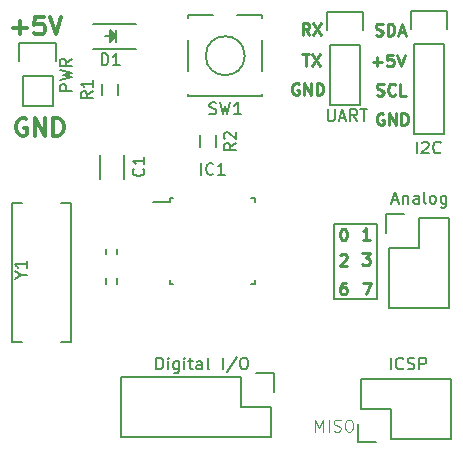
<source format=gto>
G04 #@! TF.FileFunction,Legend,Top*
%FSLAX46Y46*%
G04 Gerber Fmt 4.6, Leading zero omitted, Abs format (unit mm)*
G04 Created by KiCad (PCBNEW 4.0.4-stable) date 11/04/16 17:13:28*
%MOMM*%
%LPD*%
G01*
G04 APERTURE LIST*
%ADD10C,0.100000*%
%ADD11C,0.120000*%
%ADD12C,0.200000*%
%ADD13C,0.250000*%
%ADD14C,0.300000*%
%ADD15C,0.150000*%
G04 APERTURE END LIST*
D10*
D11*
X133302572Y-105798881D02*
X133302572Y-104798881D01*
X133635906Y-105513167D01*
X133969239Y-104798881D01*
X133969239Y-105798881D01*
X134445429Y-105798881D02*
X134445429Y-104798881D01*
X134874000Y-105751262D02*
X135016857Y-105798881D01*
X135254953Y-105798881D01*
X135350191Y-105751262D01*
X135397810Y-105703643D01*
X135445429Y-105608405D01*
X135445429Y-105513167D01*
X135397810Y-105417929D01*
X135350191Y-105370310D01*
X135254953Y-105322690D01*
X135064476Y-105275071D01*
X134969238Y-105227452D01*
X134921619Y-105179833D01*
X134874000Y-105084595D01*
X134874000Y-104989357D01*
X134921619Y-104894119D01*
X134969238Y-104846500D01*
X135064476Y-104798881D01*
X135302572Y-104798881D01*
X135445429Y-104846500D01*
X136064476Y-104798881D02*
X136254953Y-104798881D01*
X136350191Y-104846500D01*
X136445429Y-104941738D01*
X136493048Y-105132214D01*
X136493048Y-105465548D01*
X136445429Y-105656024D01*
X136350191Y-105751262D01*
X136254953Y-105798881D01*
X136064476Y-105798881D01*
X135969238Y-105751262D01*
X135874000Y-105656024D01*
X135826381Y-105465548D01*
X135826381Y-105132214D01*
X135874000Y-104941738D01*
X135969238Y-104846500D01*
X136064476Y-104798881D01*
D12*
X134874000Y-94615000D02*
X135064500Y-94615000D01*
X134874000Y-88265000D02*
X134874000Y-94615000D01*
X138557000Y-88265000D02*
X134874000Y-88265000D01*
X138557000Y-94615000D02*
X138557000Y-88265000D01*
X135001000Y-94615000D02*
X138557000Y-94615000D01*
D13*
X137334667Y-93178381D02*
X138001334Y-93178381D01*
X137572762Y-94178381D01*
X137271167Y-90701881D02*
X137890215Y-90701881D01*
X137556881Y-91082833D01*
X137699739Y-91082833D01*
X137794977Y-91130452D01*
X137842596Y-91178071D01*
X137890215Y-91273310D01*
X137890215Y-91511405D01*
X137842596Y-91606643D01*
X137794977Y-91654262D01*
X137699739Y-91701881D01*
X137414024Y-91701881D01*
X137318786Y-91654262D01*
X137271167Y-91606643D01*
X137890215Y-89542881D02*
X137318786Y-89542881D01*
X137604500Y-89542881D02*
X137604500Y-88542881D01*
X137509262Y-88685738D01*
X137414024Y-88780976D01*
X137318786Y-88828595D01*
X135889977Y-93178381D02*
X135699500Y-93178381D01*
X135604262Y-93226000D01*
X135556643Y-93273619D01*
X135461405Y-93416476D01*
X135413786Y-93606952D01*
X135413786Y-93987905D01*
X135461405Y-94083143D01*
X135509024Y-94130762D01*
X135604262Y-94178381D01*
X135794739Y-94178381D01*
X135889977Y-94130762D01*
X135937596Y-94083143D01*
X135985215Y-93987905D01*
X135985215Y-93749810D01*
X135937596Y-93654571D01*
X135889977Y-93606952D01*
X135794739Y-93559333D01*
X135604262Y-93559333D01*
X135509024Y-93606952D01*
X135461405Y-93654571D01*
X135413786Y-93749810D01*
X135413786Y-90860619D02*
X135461405Y-90813000D01*
X135556643Y-90765381D01*
X135794739Y-90765381D01*
X135889977Y-90813000D01*
X135937596Y-90860619D01*
X135985215Y-90955857D01*
X135985215Y-91051095D01*
X135937596Y-91193952D01*
X135366167Y-91765381D01*
X135985215Y-91765381D01*
X135651881Y-88606381D02*
X135747120Y-88606381D01*
X135842358Y-88654000D01*
X135889977Y-88701619D01*
X135937596Y-88796857D01*
X135985215Y-88987333D01*
X135985215Y-89225429D01*
X135937596Y-89415905D01*
X135889977Y-89511143D01*
X135842358Y-89558762D01*
X135747120Y-89606381D01*
X135651881Y-89606381D01*
X135556643Y-89558762D01*
X135509024Y-89511143D01*
X135461405Y-89415905D01*
X135413786Y-89225429D01*
X135413786Y-88987333D01*
X135461405Y-88796857D01*
X135509024Y-88701619D01*
X135556643Y-88654000D01*
X135651881Y-88606381D01*
X131889596Y-76335000D02*
X131794358Y-76287381D01*
X131651501Y-76287381D01*
X131508643Y-76335000D01*
X131413405Y-76430238D01*
X131365786Y-76525476D01*
X131318167Y-76715952D01*
X131318167Y-76858810D01*
X131365786Y-77049286D01*
X131413405Y-77144524D01*
X131508643Y-77239762D01*
X131651501Y-77287381D01*
X131746739Y-77287381D01*
X131889596Y-77239762D01*
X131937215Y-77192143D01*
X131937215Y-76858810D01*
X131746739Y-76858810D01*
X132365786Y-77287381D02*
X132365786Y-76287381D01*
X132937215Y-77287381D01*
X132937215Y-76287381D01*
X133413405Y-77287381D02*
X133413405Y-76287381D01*
X133651500Y-76287381D01*
X133794358Y-76335000D01*
X133889596Y-76430238D01*
X133937215Y-76525476D01*
X133984834Y-76715952D01*
X133984834Y-76858810D01*
X133937215Y-77049286D01*
X133889596Y-77144524D01*
X133794358Y-77239762D01*
X133651500Y-77287381D01*
X133413405Y-77287381D01*
X132207095Y-73810881D02*
X132778524Y-73810881D01*
X132492809Y-74810881D02*
X132492809Y-73810881D01*
X133016619Y-73810881D02*
X133683286Y-74810881D01*
X133683286Y-73810881D02*
X133016619Y-74810881D01*
X132802334Y-72207381D02*
X132469000Y-71731190D01*
X132230905Y-72207381D02*
X132230905Y-71207381D01*
X132611858Y-71207381D01*
X132707096Y-71255000D01*
X132754715Y-71302619D01*
X132802334Y-71397857D01*
X132802334Y-71540714D01*
X132754715Y-71635952D01*
X132707096Y-71683571D01*
X132611858Y-71731190D01*
X132230905Y-71731190D01*
X133135667Y-71207381D02*
X133802334Y-72207381D01*
X133802334Y-71207381D02*
X133135667Y-72207381D01*
X139065096Y-78875000D02*
X138969858Y-78827381D01*
X138827001Y-78827381D01*
X138684143Y-78875000D01*
X138588905Y-78970238D01*
X138541286Y-79065476D01*
X138493667Y-79255952D01*
X138493667Y-79398810D01*
X138541286Y-79589286D01*
X138588905Y-79684524D01*
X138684143Y-79779762D01*
X138827001Y-79827381D01*
X138922239Y-79827381D01*
X139065096Y-79779762D01*
X139112715Y-79732143D01*
X139112715Y-79398810D01*
X138922239Y-79398810D01*
X139541286Y-79827381D02*
X139541286Y-78827381D01*
X140112715Y-79827381D01*
X140112715Y-78827381D01*
X140588905Y-79827381D02*
X140588905Y-78827381D01*
X140827000Y-78827381D01*
X140969858Y-78875000D01*
X141065096Y-78970238D01*
X141112715Y-79065476D01*
X141160334Y-79255952D01*
X141160334Y-79398810D01*
X141112715Y-79589286D01*
X141065096Y-79684524D01*
X140969858Y-79779762D01*
X140827000Y-79827381D01*
X140588905Y-79827381D01*
X138509524Y-77303262D02*
X138652381Y-77350881D01*
X138890477Y-77350881D01*
X138985715Y-77303262D01*
X139033334Y-77255643D01*
X139080953Y-77160405D01*
X139080953Y-77065167D01*
X139033334Y-76969929D01*
X138985715Y-76922310D01*
X138890477Y-76874690D01*
X138700000Y-76827071D01*
X138604762Y-76779452D01*
X138557143Y-76731833D01*
X138509524Y-76636595D01*
X138509524Y-76541357D01*
X138557143Y-76446119D01*
X138604762Y-76398500D01*
X138700000Y-76350881D01*
X138938096Y-76350881D01*
X139080953Y-76398500D01*
X140080953Y-77255643D02*
X140033334Y-77303262D01*
X139890477Y-77350881D01*
X139795239Y-77350881D01*
X139652381Y-77303262D01*
X139557143Y-77208024D01*
X139509524Y-77112786D01*
X139461905Y-76922310D01*
X139461905Y-76779452D01*
X139509524Y-76588976D01*
X139557143Y-76493738D01*
X139652381Y-76398500D01*
X139795239Y-76350881D01*
X139890477Y-76350881D01*
X140033334Y-76398500D01*
X140080953Y-76446119D01*
X140985715Y-77350881D02*
X140509524Y-77350881D01*
X140509524Y-76350881D01*
X138160286Y-74493429D02*
X138922191Y-74493429D01*
X138541239Y-74874381D02*
X138541239Y-74112476D01*
X139874572Y-73874381D02*
X139398381Y-73874381D01*
X139350762Y-74350571D01*
X139398381Y-74302952D01*
X139493619Y-74255333D01*
X139731715Y-74255333D01*
X139826953Y-74302952D01*
X139874572Y-74350571D01*
X139922191Y-74445810D01*
X139922191Y-74683905D01*
X139874572Y-74779143D01*
X139826953Y-74826762D01*
X139731715Y-74874381D01*
X139493619Y-74874381D01*
X139398381Y-74826762D01*
X139350762Y-74779143D01*
X140207905Y-73874381D02*
X140541238Y-74874381D01*
X140874572Y-73874381D01*
X138422214Y-72223262D02*
X138565071Y-72270881D01*
X138803167Y-72270881D01*
X138898405Y-72223262D01*
X138946024Y-72175643D01*
X138993643Y-72080405D01*
X138993643Y-71985167D01*
X138946024Y-71889929D01*
X138898405Y-71842310D01*
X138803167Y-71794690D01*
X138612690Y-71747071D01*
X138517452Y-71699452D01*
X138469833Y-71651833D01*
X138422214Y-71556595D01*
X138422214Y-71461357D01*
X138469833Y-71366119D01*
X138517452Y-71318500D01*
X138612690Y-71270881D01*
X138850786Y-71270881D01*
X138993643Y-71318500D01*
X139422214Y-72270881D02*
X139422214Y-71270881D01*
X139660309Y-71270881D01*
X139803167Y-71318500D01*
X139898405Y-71413738D01*
X139946024Y-71508976D01*
X139993643Y-71699452D01*
X139993643Y-71842310D01*
X139946024Y-72032786D01*
X139898405Y-72128024D01*
X139803167Y-72223262D01*
X139660309Y-72270881D01*
X139422214Y-72270881D01*
X140374595Y-71985167D02*
X140850786Y-71985167D01*
X140279357Y-72270881D02*
X140612690Y-71270881D01*
X140946024Y-72270881D01*
D14*
X108839143Y-79323500D02*
X108696286Y-79252071D01*
X108482000Y-79252071D01*
X108267715Y-79323500D01*
X108124857Y-79466357D01*
X108053429Y-79609214D01*
X107982000Y-79894929D01*
X107982000Y-80109214D01*
X108053429Y-80394929D01*
X108124857Y-80537786D01*
X108267715Y-80680643D01*
X108482000Y-80752071D01*
X108624857Y-80752071D01*
X108839143Y-80680643D01*
X108910572Y-80609214D01*
X108910572Y-80109214D01*
X108624857Y-80109214D01*
X109553429Y-80752071D02*
X109553429Y-79252071D01*
X110410572Y-80752071D01*
X110410572Y-79252071D01*
X111124858Y-80752071D02*
X111124858Y-79252071D01*
X111482001Y-79252071D01*
X111696286Y-79323500D01*
X111839144Y-79466357D01*
X111910572Y-79609214D01*
X111982001Y-79894929D01*
X111982001Y-80109214D01*
X111910572Y-80394929D01*
X111839144Y-80537786D01*
X111696286Y-80680643D01*
X111482001Y-80752071D01*
X111124858Y-80752071D01*
X107735929Y-71608143D02*
X108878786Y-71608143D01*
X108307357Y-72179571D02*
X108307357Y-71036714D01*
X110307358Y-70679571D02*
X109593072Y-70679571D01*
X109521643Y-71393857D01*
X109593072Y-71322429D01*
X109735929Y-71251000D01*
X110093072Y-71251000D01*
X110235929Y-71322429D01*
X110307358Y-71393857D01*
X110378786Y-71536714D01*
X110378786Y-71893857D01*
X110307358Y-72036714D01*
X110235929Y-72108143D01*
X110093072Y-72179571D01*
X109735929Y-72179571D01*
X109593072Y-72108143D01*
X109521643Y-72036714D01*
X110807357Y-70679571D02*
X111307357Y-72179571D01*
X111807357Y-70679571D01*
D15*
X117103000Y-84375500D02*
X117103000Y-82375500D01*
X115053000Y-82375500D02*
X115053000Y-84375500D01*
X116489500Y-90801000D02*
X116489500Y-90301000D01*
X115539500Y-90301000D02*
X115539500Y-90801000D01*
X115539500Y-92777500D02*
X115539500Y-93277500D01*
X116489500Y-93277500D02*
X116489500Y-92777500D01*
X118101000Y-71276500D02*
X114501000Y-71276500D01*
X118101000Y-73376500D02*
X114501000Y-73376500D01*
X116051000Y-72626500D02*
X116051000Y-72026500D01*
X116051000Y-72026500D02*
X116351000Y-72326500D01*
X116351000Y-72326500D02*
X116151000Y-72526500D01*
X116151000Y-72526500D02*
X116151000Y-72276500D01*
X116151000Y-72276500D02*
X116201000Y-72326500D01*
X116451000Y-72826500D02*
X116451000Y-71826500D01*
X115951000Y-72326500D02*
X115451000Y-72326500D01*
X116451000Y-72326500D02*
X115951000Y-72826500D01*
X115951000Y-72826500D02*
X115951000Y-71826500D01*
X115951000Y-71826500D02*
X116451000Y-72326500D01*
X120962000Y-86037000D02*
X120962000Y-86362000D01*
X128212000Y-86037000D02*
X128212000Y-86362000D01*
X128212000Y-93287000D02*
X128212000Y-92962000D01*
X120962000Y-93287000D02*
X120962000Y-92962000D01*
X120962000Y-86037000D02*
X121287000Y-86037000D01*
X120962000Y-93287000D02*
X121287000Y-93287000D01*
X128212000Y-93287000D02*
X127887000Y-93287000D01*
X128212000Y-86037000D02*
X127887000Y-86037000D01*
X120962000Y-86362000D02*
X119537000Y-86362000D01*
X139700000Y-106426000D02*
X144780000Y-106426000D01*
X136880000Y-106706000D02*
X136880000Y-105156000D01*
X137160000Y-103886000D02*
X139700000Y-103886000D01*
X139700000Y-103886000D02*
X139700000Y-106426000D01*
X144780000Y-106426000D02*
X144780000Y-101346000D01*
X144780000Y-101346000D02*
X139700000Y-101346000D01*
X136880000Y-106706000D02*
X138430000Y-106706000D01*
X137160000Y-101346000D02*
X137160000Y-103886000D01*
X139700000Y-101346000D02*
X137160000Y-101346000D01*
X134556500Y-73088500D02*
X134556500Y-78168500D01*
X134556500Y-78168500D02*
X137096500Y-78168500D01*
X137096500Y-78168500D02*
X137096500Y-73088500D01*
X137376500Y-70268500D02*
X137376500Y-71818500D01*
X137096500Y-73088500D02*
X134556500Y-73088500D01*
X134276500Y-71818500D02*
X134276500Y-70268500D01*
X134276500Y-70268500D02*
X137376500Y-70268500D01*
X141668500Y-73025000D02*
X141668500Y-80645000D01*
X144208500Y-73025000D02*
X144208500Y-80645000D01*
X144488500Y-70205000D02*
X144488500Y-71755000D01*
X141668500Y-80645000D02*
X144208500Y-80645000D01*
X144208500Y-73025000D02*
X141668500Y-73025000D01*
X141388500Y-71755000D02*
X141388500Y-70205000D01*
X141388500Y-70205000D02*
X144488500Y-70205000D01*
X129540000Y-106235500D02*
X116840000Y-106235500D01*
X116840000Y-106235500D02*
X116840000Y-101155500D01*
X116840000Y-101155500D02*
X127000000Y-101155500D01*
X129540000Y-106235500D02*
X129540000Y-103695500D01*
X129820000Y-102425500D02*
X129820000Y-100875500D01*
X129540000Y-103695500D02*
X127000000Y-103695500D01*
X127000000Y-103695500D02*
X127000000Y-101155500D01*
X129820000Y-100875500D02*
X128270000Y-100875500D01*
X139573000Y-90233500D02*
X139573000Y-95313500D01*
X139293000Y-87413500D02*
X140843000Y-87413500D01*
X142113000Y-87693500D02*
X142113000Y-90233500D01*
X142113000Y-90233500D02*
X139573000Y-90233500D01*
X139573000Y-95313500D02*
X144653000Y-95313500D01*
X144653000Y-95313500D02*
X144653000Y-90233500D01*
X139293000Y-87413500D02*
X139293000Y-88963500D01*
X144653000Y-87693500D02*
X142113000Y-87693500D01*
X144653000Y-90233500D02*
X144653000Y-87693500D01*
X111061500Y-75692000D02*
X111061500Y-78232000D01*
X111341500Y-72872000D02*
X111341500Y-74422000D01*
X111061500Y-75692000D02*
X108521500Y-75692000D01*
X108241500Y-74422000D02*
X108241500Y-72872000D01*
X108241500Y-72872000D02*
X111341500Y-72872000D01*
X108521500Y-75692000D02*
X108521500Y-78232000D01*
X108521500Y-78232000D02*
X111061500Y-78232000D01*
X116562500Y-76335000D02*
X116562500Y-77335000D01*
X115212500Y-77335000D02*
X115212500Y-76335000D01*
X123531000Y-81716500D02*
X123531000Y-80716500D01*
X124881000Y-80716500D02*
X124881000Y-81716500D01*
X128816500Y-70527500D02*
X126666500Y-70527500D01*
X128816500Y-77177500D02*
X128816500Y-77427500D01*
X128816500Y-77427500D02*
X122516500Y-77427500D01*
X122516500Y-77427500D02*
X122516500Y-77177500D01*
X128816500Y-72677500D02*
X128816500Y-75277500D01*
X122516500Y-70777500D02*
X122516500Y-70527500D01*
X122516500Y-70527500D02*
X124666500Y-70527500D01*
X128816500Y-70527500D02*
X128816500Y-70777500D01*
X122516500Y-75277500D02*
X122516500Y-72677500D01*
X127316500Y-73977500D02*
G75*
G03X127316500Y-73977500I-1650000J0D01*
G01*
X112608360Y-98178620D02*
X112608360Y-86479380D01*
X107609640Y-86479380D02*
X107609640Y-98178620D01*
X112608360Y-86479380D02*
X111760000Y-86479380D01*
X107609640Y-86479380D02*
X108458000Y-86479380D01*
X112608360Y-98178620D02*
X111760000Y-98178620D01*
X107609640Y-98178620D02*
X108458000Y-98178620D01*
X118735143Y-83542166D02*
X118782762Y-83589785D01*
X118830381Y-83732642D01*
X118830381Y-83827880D01*
X118782762Y-83970738D01*
X118687524Y-84065976D01*
X118592286Y-84113595D01*
X118401810Y-84161214D01*
X118258952Y-84161214D01*
X118068476Y-84113595D01*
X117973238Y-84065976D01*
X117878000Y-83970738D01*
X117830381Y-83827880D01*
X117830381Y-83732642D01*
X117878000Y-83589785D01*
X117925619Y-83542166D01*
X118830381Y-82589785D02*
X118830381Y-83161214D01*
X118830381Y-82875500D02*
X117830381Y-82875500D01*
X117973238Y-82970738D01*
X118068476Y-83065976D01*
X118116095Y-83161214D01*
X115212905Y-74778881D02*
X115212905Y-73778881D01*
X115451000Y-73778881D01*
X115593858Y-73826500D01*
X115689096Y-73921738D01*
X115736715Y-74016976D01*
X115784334Y-74207452D01*
X115784334Y-74350310D01*
X115736715Y-74540786D01*
X115689096Y-74636024D01*
X115593858Y-74731262D01*
X115451000Y-74778881D01*
X115212905Y-74778881D01*
X116736715Y-74778881D02*
X116165286Y-74778881D01*
X116451000Y-74778881D02*
X116451000Y-73778881D01*
X116355762Y-73921738D01*
X116260524Y-74016976D01*
X116165286Y-74064595D01*
X123610810Y-84064381D02*
X123610810Y-83064381D01*
X124658429Y-83969143D02*
X124610810Y-84016762D01*
X124467953Y-84064381D01*
X124372715Y-84064381D01*
X124229857Y-84016762D01*
X124134619Y-83921524D01*
X124087000Y-83826286D01*
X124039381Y-83635810D01*
X124039381Y-83492952D01*
X124087000Y-83302476D01*
X124134619Y-83207238D01*
X124229857Y-83112000D01*
X124372715Y-83064381D01*
X124467953Y-83064381D01*
X124610810Y-83112000D01*
X124658429Y-83159619D01*
X125610810Y-84064381D02*
X125039381Y-84064381D01*
X125325095Y-84064381D02*
X125325095Y-83064381D01*
X125229857Y-83207238D01*
X125134619Y-83302476D01*
X125039381Y-83350095D01*
X139684310Y-100528381D02*
X139684310Y-99528381D01*
X140731929Y-100433143D02*
X140684310Y-100480762D01*
X140541453Y-100528381D01*
X140446215Y-100528381D01*
X140303357Y-100480762D01*
X140208119Y-100385524D01*
X140160500Y-100290286D01*
X140112881Y-100099810D01*
X140112881Y-99956952D01*
X140160500Y-99766476D01*
X140208119Y-99671238D01*
X140303357Y-99576000D01*
X140446215Y-99528381D01*
X140541453Y-99528381D01*
X140684310Y-99576000D01*
X140731929Y-99623619D01*
X141112881Y-100480762D02*
X141255738Y-100528381D01*
X141493834Y-100528381D01*
X141589072Y-100480762D01*
X141636691Y-100433143D01*
X141684310Y-100337905D01*
X141684310Y-100242667D01*
X141636691Y-100147429D01*
X141589072Y-100099810D01*
X141493834Y-100052190D01*
X141303357Y-100004571D01*
X141208119Y-99956952D01*
X141160500Y-99909333D01*
X141112881Y-99814095D01*
X141112881Y-99718857D01*
X141160500Y-99623619D01*
X141208119Y-99576000D01*
X141303357Y-99528381D01*
X141541453Y-99528381D01*
X141684310Y-99576000D01*
X142112881Y-100528381D02*
X142112881Y-99528381D01*
X142493834Y-99528381D01*
X142589072Y-99576000D01*
X142636691Y-99623619D01*
X142684310Y-99718857D01*
X142684310Y-99861714D01*
X142636691Y-99956952D01*
X142589072Y-100004571D01*
X142493834Y-100052190D01*
X142112881Y-100052190D01*
X134358262Y-78509881D02*
X134358262Y-79319405D01*
X134405881Y-79414643D01*
X134453500Y-79462262D01*
X134548738Y-79509881D01*
X134739215Y-79509881D01*
X134834453Y-79462262D01*
X134882072Y-79414643D01*
X134929691Y-79319405D01*
X134929691Y-78509881D01*
X135358262Y-79224167D02*
X135834453Y-79224167D01*
X135263024Y-79509881D02*
X135596357Y-78509881D01*
X135929691Y-79509881D01*
X136834453Y-79509881D02*
X136501119Y-79033690D01*
X136263024Y-79509881D02*
X136263024Y-78509881D01*
X136643977Y-78509881D01*
X136739215Y-78557500D01*
X136786834Y-78605119D01*
X136834453Y-78700357D01*
X136834453Y-78843214D01*
X136786834Y-78938452D01*
X136739215Y-78986071D01*
X136643977Y-79033690D01*
X136263024Y-79033690D01*
X137120167Y-78509881D02*
X137691596Y-78509881D01*
X137405881Y-79509881D02*
X137405881Y-78509881D01*
X141898810Y-82240381D02*
X141898810Y-81240381D01*
X142327381Y-81335619D02*
X142375000Y-81288000D01*
X142470238Y-81240381D01*
X142708334Y-81240381D01*
X142803572Y-81288000D01*
X142851191Y-81335619D01*
X142898810Y-81430857D01*
X142898810Y-81526095D01*
X142851191Y-81668952D01*
X142279762Y-82240381D01*
X142898810Y-82240381D01*
X143898810Y-82145143D02*
X143851191Y-82192762D01*
X143708334Y-82240381D01*
X143613096Y-82240381D01*
X143470238Y-82192762D01*
X143375000Y-82097524D01*
X143327381Y-82002286D01*
X143279762Y-81811810D01*
X143279762Y-81668952D01*
X143327381Y-81478476D01*
X143375000Y-81383238D01*
X143470238Y-81288000D01*
X143613096Y-81240381D01*
X143708334Y-81240381D01*
X143851191Y-81288000D01*
X143898810Y-81335619D01*
X119840857Y-100528381D02*
X119840857Y-99528381D01*
X120078952Y-99528381D01*
X120221810Y-99576000D01*
X120317048Y-99671238D01*
X120364667Y-99766476D01*
X120412286Y-99956952D01*
X120412286Y-100099810D01*
X120364667Y-100290286D01*
X120317048Y-100385524D01*
X120221810Y-100480762D01*
X120078952Y-100528381D01*
X119840857Y-100528381D01*
X120840857Y-100528381D02*
X120840857Y-99861714D01*
X120840857Y-99528381D02*
X120793238Y-99576000D01*
X120840857Y-99623619D01*
X120888476Y-99576000D01*
X120840857Y-99528381D01*
X120840857Y-99623619D01*
X121745619Y-99861714D02*
X121745619Y-100671238D01*
X121698000Y-100766476D01*
X121650381Y-100814095D01*
X121555142Y-100861714D01*
X121412285Y-100861714D01*
X121317047Y-100814095D01*
X121745619Y-100480762D02*
X121650381Y-100528381D01*
X121459904Y-100528381D01*
X121364666Y-100480762D01*
X121317047Y-100433143D01*
X121269428Y-100337905D01*
X121269428Y-100052190D01*
X121317047Y-99956952D01*
X121364666Y-99909333D01*
X121459904Y-99861714D01*
X121650381Y-99861714D01*
X121745619Y-99909333D01*
X122221809Y-100528381D02*
X122221809Y-99861714D01*
X122221809Y-99528381D02*
X122174190Y-99576000D01*
X122221809Y-99623619D01*
X122269428Y-99576000D01*
X122221809Y-99528381D01*
X122221809Y-99623619D01*
X122555142Y-99861714D02*
X122936094Y-99861714D01*
X122697999Y-99528381D02*
X122697999Y-100385524D01*
X122745618Y-100480762D01*
X122840856Y-100528381D01*
X122936094Y-100528381D01*
X123698000Y-100528381D02*
X123698000Y-100004571D01*
X123650381Y-99909333D01*
X123555143Y-99861714D01*
X123364666Y-99861714D01*
X123269428Y-99909333D01*
X123698000Y-100480762D02*
X123602762Y-100528381D01*
X123364666Y-100528381D01*
X123269428Y-100480762D01*
X123221809Y-100385524D01*
X123221809Y-100290286D01*
X123269428Y-100195048D01*
X123364666Y-100147429D01*
X123602762Y-100147429D01*
X123698000Y-100099810D01*
X124317047Y-100528381D02*
X124221809Y-100480762D01*
X124174190Y-100385524D01*
X124174190Y-99528381D01*
X125459905Y-100528381D02*
X125459905Y-99528381D01*
X126650381Y-99480762D02*
X125793238Y-100766476D01*
X127174190Y-99528381D02*
X127364667Y-99528381D01*
X127459905Y-99576000D01*
X127555143Y-99671238D01*
X127602762Y-99861714D01*
X127602762Y-100195048D01*
X127555143Y-100385524D01*
X127459905Y-100480762D01*
X127364667Y-100528381D01*
X127174190Y-100528381D01*
X127078952Y-100480762D01*
X126983714Y-100385524D01*
X126936095Y-100195048D01*
X126936095Y-99861714D01*
X126983714Y-99671238D01*
X127078952Y-99576000D01*
X127174190Y-99528381D01*
X139803476Y-86209167D02*
X140279667Y-86209167D01*
X139708238Y-86494881D02*
X140041571Y-85494881D01*
X140374905Y-86494881D01*
X140708238Y-85828214D02*
X140708238Y-86494881D01*
X140708238Y-85923452D02*
X140755857Y-85875833D01*
X140851095Y-85828214D01*
X140993953Y-85828214D01*
X141089191Y-85875833D01*
X141136810Y-85971071D01*
X141136810Y-86494881D01*
X142041572Y-86494881D02*
X142041572Y-85971071D01*
X141993953Y-85875833D01*
X141898715Y-85828214D01*
X141708238Y-85828214D01*
X141613000Y-85875833D01*
X142041572Y-86447262D02*
X141946334Y-86494881D01*
X141708238Y-86494881D01*
X141613000Y-86447262D01*
X141565381Y-86352024D01*
X141565381Y-86256786D01*
X141613000Y-86161548D01*
X141708238Y-86113929D01*
X141946334Y-86113929D01*
X142041572Y-86066310D01*
X142660619Y-86494881D02*
X142565381Y-86447262D01*
X142517762Y-86352024D01*
X142517762Y-85494881D01*
X143184429Y-86494881D02*
X143089191Y-86447262D01*
X143041572Y-86399643D01*
X142993953Y-86304405D01*
X142993953Y-86018690D01*
X143041572Y-85923452D01*
X143089191Y-85875833D01*
X143184429Y-85828214D01*
X143327287Y-85828214D01*
X143422525Y-85875833D01*
X143470144Y-85923452D01*
X143517763Y-86018690D01*
X143517763Y-86304405D01*
X143470144Y-86399643D01*
X143422525Y-86447262D01*
X143327287Y-86494881D01*
X143184429Y-86494881D01*
X144374906Y-85828214D02*
X144374906Y-86637738D01*
X144327287Y-86732976D01*
X144279668Y-86780595D01*
X144184429Y-86828214D01*
X144041572Y-86828214D01*
X143946334Y-86780595D01*
X144374906Y-86447262D02*
X144279668Y-86494881D01*
X144089191Y-86494881D01*
X143993953Y-86447262D01*
X143946334Y-86399643D01*
X143898715Y-86304405D01*
X143898715Y-86018690D01*
X143946334Y-85923452D01*
X143993953Y-85875833D01*
X144089191Y-85828214D01*
X144279668Y-85828214D01*
X144374906Y-85875833D01*
X112656881Y-76961833D02*
X111656881Y-76961833D01*
X111656881Y-76580880D01*
X111704500Y-76485642D01*
X111752119Y-76438023D01*
X111847357Y-76390404D01*
X111990214Y-76390404D01*
X112085452Y-76438023D01*
X112133071Y-76485642D01*
X112180690Y-76580880D01*
X112180690Y-76961833D01*
X111656881Y-76057071D02*
X112656881Y-75818976D01*
X111942595Y-75628499D01*
X112656881Y-75438023D01*
X111656881Y-75199928D01*
X112656881Y-74247547D02*
X112180690Y-74580881D01*
X112656881Y-74818976D02*
X111656881Y-74818976D01*
X111656881Y-74438023D01*
X111704500Y-74342785D01*
X111752119Y-74295166D01*
X111847357Y-74247547D01*
X111990214Y-74247547D01*
X112085452Y-74295166D01*
X112133071Y-74342785D01*
X112180690Y-74438023D01*
X112180690Y-74818976D01*
X114439881Y-77001666D02*
X113963690Y-77335000D01*
X114439881Y-77573095D02*
X113439881Y-77573095D01*
X113439881Y-77192142D01*
X113487500Y-77096904D01*
X113535119Y-77049285D01*
X113630357Y-77001666D01*
X113773214Y-77001666D01*
X113868452Y-77049285D01*
X113916071Y-77096904D01*
X113963690Y-77192142D01*
X113963690Y-77573095D01*
X114439881Y-76049285D02*
X114439881Y-76620714D01*
X114439881Y-76335000D02*
X113439881Y-76335000D01*
X113582738Y-76430238D01*
X113677976Y-76525476D01*
X113725595Y-76620714D01*
X126558381Y-81383166D02*
X126082190Y-81716500D01*
X126558381Y-81954595D02*
X125558381Y-81954595D01*
X125558381Y-81573642D01*
X125606000Y-81478404D01*
X125653619Y-81430785D01*
X125748857Y-81383166D01*
X125891714Y-81383166D01*
X125986952Y-81430785D01*
X126034571Y-81478404D01*
X126082190Y-81573642D01*
X126082190Y-81954595D01*
X125653619Y-81002214D02*
X125606000Y-80954595D01*
X125558381Y-80859357D01*
X125558381Y-80621261D01*
X125606000Y-80526023D01*
X125653619Y-80478404D01*
X125748857Y-80430785D01*
X125844095Y-80430785D01*
X125986952Y-80478404D01*
X126558381Y-81049833D01*
X126558381Y-80430785D01*
X124333167Y-78882262D02*
X124476024Y-78929881D01*
X124714120Y-78929881D01*
X124809358Y-78882262D01*
X124856977Y-78834643D01*
X124904596Y-78739405D01*
X124904596Y-78644167D01*
X124856977Y-78548929D01*
X124809358Y-78501310D01*
X124714120Y-78453690D01*
X124523643Y-78406071D01*
X124428405Y-78358452D01*
X124380786Y-78310833D01*
X124333167Y-78215595D01*
X124333167Y-78120357D01*
X124380786Y-78025119D01*
X124428405Y-77977500D01*
X124523643Y-77929881D01*
X124761739Y-77929881D01*
X124904596Y-77977500D01*
X125237929Y-77929881D02*
X125476024Y-78929881D01*
X125666501Y-78215595D01*
X125856977Y-78929881D01*
X126095072Y-77929881D01*
X126999834Y-78929881D02*
X126428405Y-78929881D01*
X126714119Y-78929881D02*
X126714119Y-77929881D01*
X126618881Y-78072738D01*
X126523643Y-78167976D01*
X126428405Y-78215595D01*
X108370690Y-92551191D02*
X108846881Y-92551191D01*
X107846881Y-92884524D02*
X108370690Y-92551191D01*
X107846881Y-92217857D01*
X108846881Y-91360714D02*
X108846881Y-91932143D01*
X108846881Y-91646429D02*
X107846881Y-91646429D01*
X107989738Y-91741667D01*
X108084976Y-91836905D01*
X108132595Y-91932143D01*
M02*

</source>
